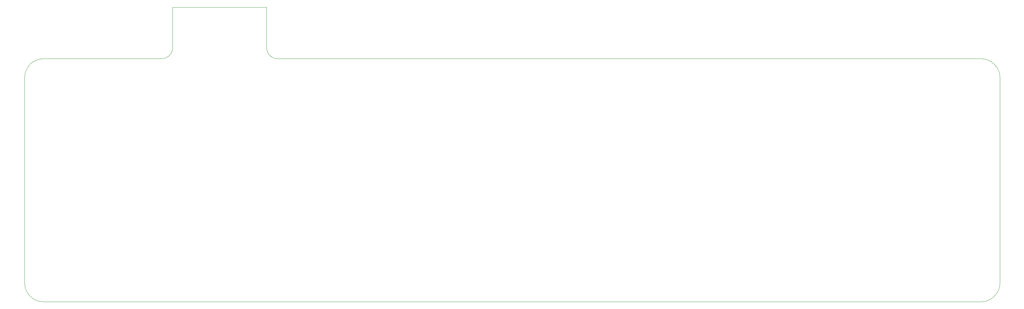
<source format=gbr>
%TF.GenerationSoftware,KiCad,Pcbnew,9.0.1*%
%TF.CreationDate,2025-06-14T18:41:55-05:00*%
%TF.ProjectId,OM-FlexGrid-Flex,4f4d2d46-6c65-4784-9772-69642d466c65,rev?*%
%TF.SameCoordinates,Original*%
%TF.FileFunction,Profile,NP*%
%FSLAX46Y46*%
G04 Gerber Fmt 4.6, Leading zero omitted, Abs format (unit mm)*
G04 Created by KiCad (PCBNEW 9.0.1) date 2025-06-14 18:41:55*
%MOMM*%
%LPD*%
G01*
G04 APERTURE LIST*
%TA.AperFunction,Profile*%
%ADD10C,0.003779*%
%TD*%
G04 APERTURE END LIST*
D10*
X88250000Y-74500000D02*
X88351998Y-75275999D01*
X88652001Y-76000000D01*
X89128998Y-76621000D01*
X89750000Y-77097999D01*
X90473999Y-77397999D01*
X91250000Y-77500000D01*
X153749993Y-77500000D01*
X278749993Y-77500000D01*
X280043984Y-77670000D01*
X281249977Y-78170000D01*
X282285988Y-78963998D01*
X283079994Y-79999999D01*
X283579994Y-81205998D01*
X283749977Y-82499999D01*
X283749977Y-137499987D01*
X283579994Y-138793994D01*
X283079994Y-139999987D01*
X282285988Y-141035998D01*
X281249977Y-141829989D01*
X280043984Y-142329989D01*
X278749993Y-142499987D01*
X153749993Y-142499987D01*
X88250000Y-142499987D01*
X88213997Y-142499987D01*
X28750008Y-142499987D01*
X27456009Y-142329989D01*
X26250008Y-141829989D01*
X25214012Y-141035998D01*
X24420006Y-139999987D01*
X23920006Y-138793994D01*
X23750008Y-137499987D01*
X23750008Y-103149996D01*
X23750008Y-82499999D01*
X23920006Y-81205998D01*
X24420006Y-79999999D01*
X25214012Y-78963998D01*
X26250008Y-78170000D01*
X27456009Y-77670000D01*
X28750008Y-77500000D01*
X60250004Y-77500000D01*
X61026005Y-77397999D01*
X61750004Y-77097999D01*
X62371006Y-76621000D01*
X62848004Y-76000000D01*
X63148007Y-75275999D01*
X63250004Y-74500000D01*
X63250004Y-72967542D01*
X63250004Y-63800002D01*
X88213997Y-63800002D01*
X88250000Y-63800002D01*
X88250000Y-74500000D01*
M02*

</source>
